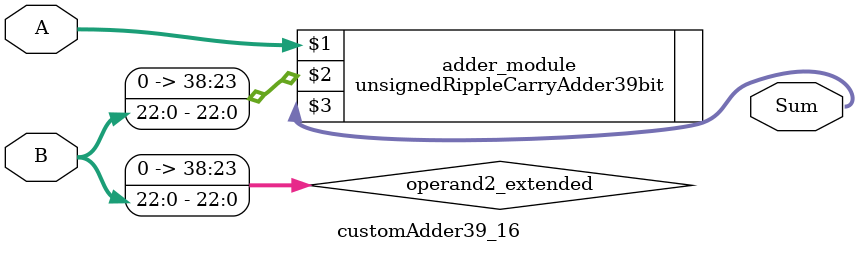
<source format=v>
module customAdder39_16(
                        input [38 : 0] A,
                        input [22 : 0] B,
                        
                        output [39 : 0] Sum
                );

        wire [38 : 0] operand2_extended;
        
        assign operand2_extended =  {16'b0, B};
        
        unsignedRippleCarryAdder39bit adder_module(
            A,
            operand2_extended,
            Sum
        );
        
        endmodule
        
</source>
